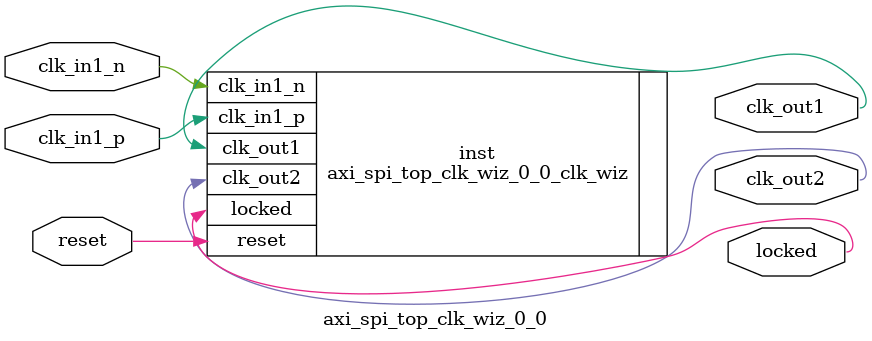
<source format=v>


`timescale 1ps/1ps

(* CORE_GENERATION_INFO = "axi_spi_top_clk_wiz_0_0,clk_wiz_v6_0_0_0,{component_name=axi_spi_top_clk_wiz_0_0,use_phase_alignment=true,use_min_o_jitter=false,use_max_i_jitter=false,use_dyn_phase_shift=false,use_inclk_switchover=false,use_dyn_reconfig=false,enable_axi=0,feedback_source=FDBK_AUTO,PRIMITIVE=MMCM,num_out_clk=2,clkin1_period=5.000,clkin2_period=10.0,use_power_down=false,use_reset=true,use_locked=true,use_inclk_stopped=false,feedback_type=SINGLE,CLOCK_MGR_TYPE=NA,manual_override=false}" *)

module axi_spi_top_clk_wiz_0_0 
 (
  // Clock out ports
  output        clk_out1,
  output        clk_out2,
  // Status and control signals
  input         reset,
  output        locked,
 // Clock in ports
  input         clk_in1_p,
  input         clk_in1_n
 );

  axi_spi_top_clk_wiz_0_0_clk_wiz inst
  (
  // Clock out ports  
  .clk_out1(clk_out1),
  .clk_out2(clk_out2),
  // Status and control signals               
  .reset(reset), 
  .locked(locked),
 // Clock in ports
  .clk_in1_p(clk_in1_p),
  .clk_in1_n(clk_in1_n)
  );

endmodule

</source>
